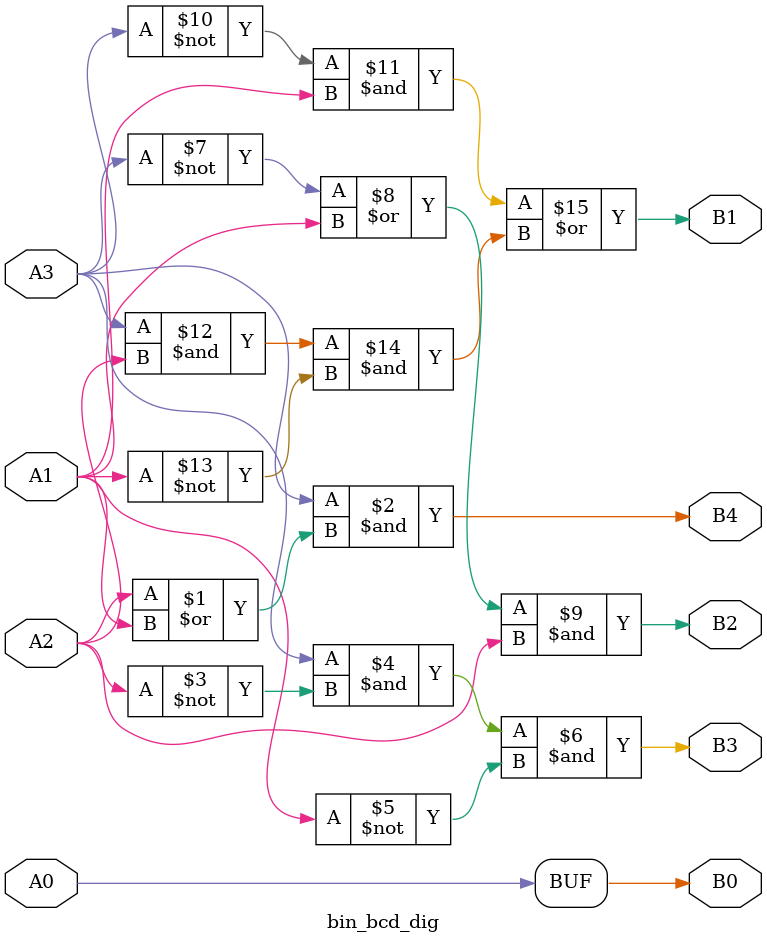
<source format=v>
module bin_bcd_dig(
    input A3, input A2, input A1, input A0,
    output B4, output B3, output B2, output B1, output B0
    );
    assign B4 = A3&(A2|A1);
    assign B3 = A3&(~A2)&(~A1);
    assign B2 = ((~A3)|A1)&A2;
    assign B1 = ((~A3)&A1)|(A3&A2&(~A1));
    assign B0 = A0;
endmodule

</source>
